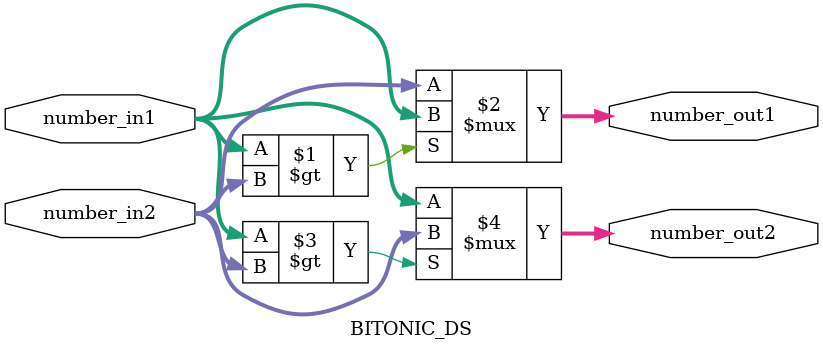
<source format=v>
module BITONIC_DS(number_in1, number_in2, number_out1, number_out2);
input  [7:0] number_in1;
input  [7:0] number_in2;
output [7:0] number_out1;
output [7:0] number_out2;

assign number_out1 = (number_in1 > number_in2) ? number_in1 : number_in2;
assign number_out2 = (number_in1 > number_in2) ? number_in2 : number_in1;

endmodule
</source>
